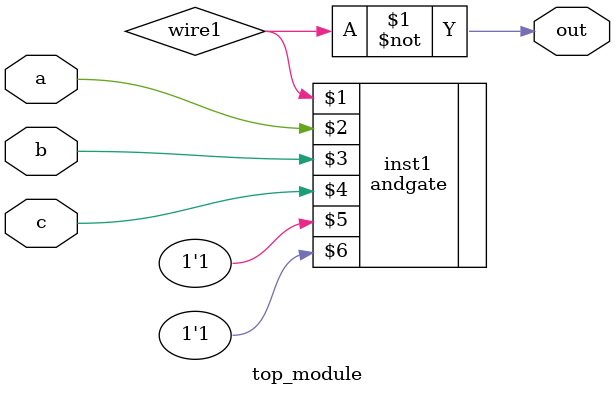
<source format=v>
module top_module (input a, input b, input c, output out);//
    wire wire1;
    andgate inst1 (wire1,a,b,c,1'b1,1'b1);
    assign out = ~wire1;
endmodule

</source>
